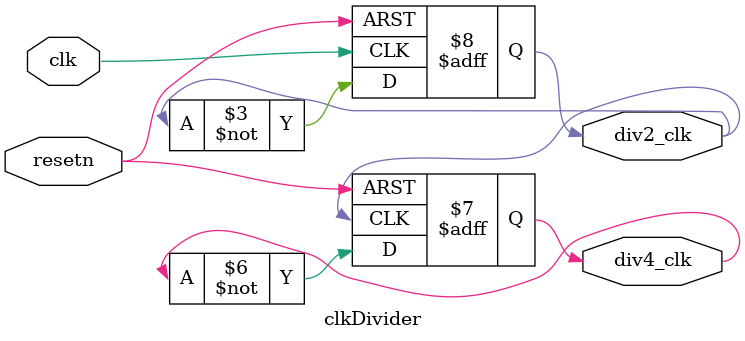
<source format=v>
module clkDivider (
	
	input clk,
	input resetn,
	
	output reg div2_clk,
	output reg div4_clk
);

	always @(negedge resetn or posedge clk)	// At every positive edge of the clock
		begin
			if  (~resetn)
				div2_clk <= 1'b0;		 // 
			else
				div2_clk <= ~div2_clk;         //
		end

	always @(negedge resetn or posedge div2_clk)	// At every positive edge of the clock
		begin
			if  (~resetn)
				div4_clk <= 1'b0;		 // 
			else
				div4_clk <= ~div4_clk;         //
		end

		

endmodule // counter
</source>
